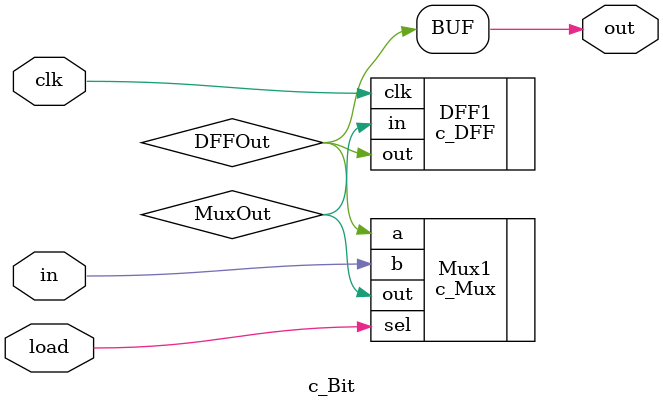
<source format=v>

module c_Bit
(
    input clk,
    input in, load,
    output out
);

wire MuxOut, DFFOut;

c_Mux Mux1 ( .a(DFFOut), .b(in), .sel(load), .out(MuxOut) );
c_DFF DFF1 ( .clk(clk), .in(MuxOut), .out(DFFOut) );

assign out = DFFOut;

endmodule

</source>
